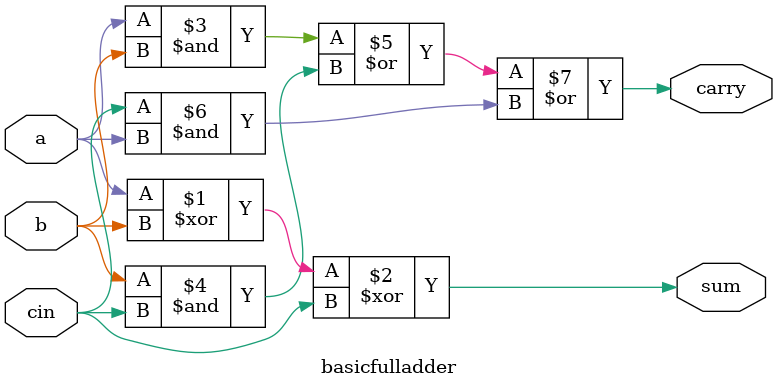
<source format=v>
`timescale 1ns / 1ps
module basicfulladder(input a,b,cin,output sum ,carry);
assign sum=a^b^cin;
assign carry=(a&b)|(b&cin)|(cin&a);
endmodule

</source>
